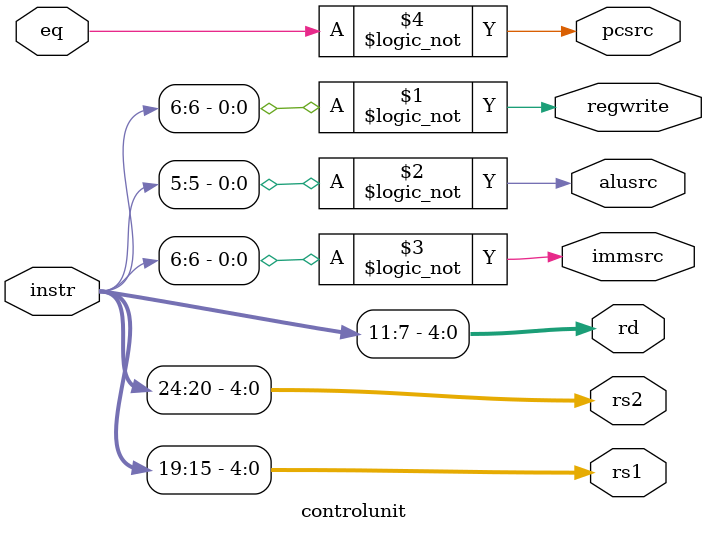
<source format=sv>
module controlunit #(
    parameter   I_WIDTH = 32,
                A_WIDTH = 5
)(
    //inputs:
    input logic [I_WIDTH-1 : 0] instr, //intsruction word
    input logic eq, //reads output from ALU
    //register addresses:
    output logic [A_WIDTH-1 : 0] rs1, // input register 1
    output logic [A_WIDTH-1 : 0] rs2, //input register 2
    output logic [A_WIDTH-1 : 0] rd, //destination register
    //control signals:
    output logic regwrite, //write enable for register file
    output logic alusrc,  //source control for ALU whether it should use register data or immediate data
    output logic immsrc, //decides how to construct the immediate...whether it is from branch or imm type operation
    output logic pcsrc //whether we jump or not (is eq signal high or low?)
);
//register address outputs
assign rs1 = instr[19:15];
assign rs2 = instr[24:20];
assign rd = instr[11:7];
//control signals
assign regwrite = ! instr[6];
assign alusrc = ! instr[5];
assign immsrc = ! instr[6]; // if high then I type else B type 
assign pcsrc = ! eq;

endmodule

</source>
